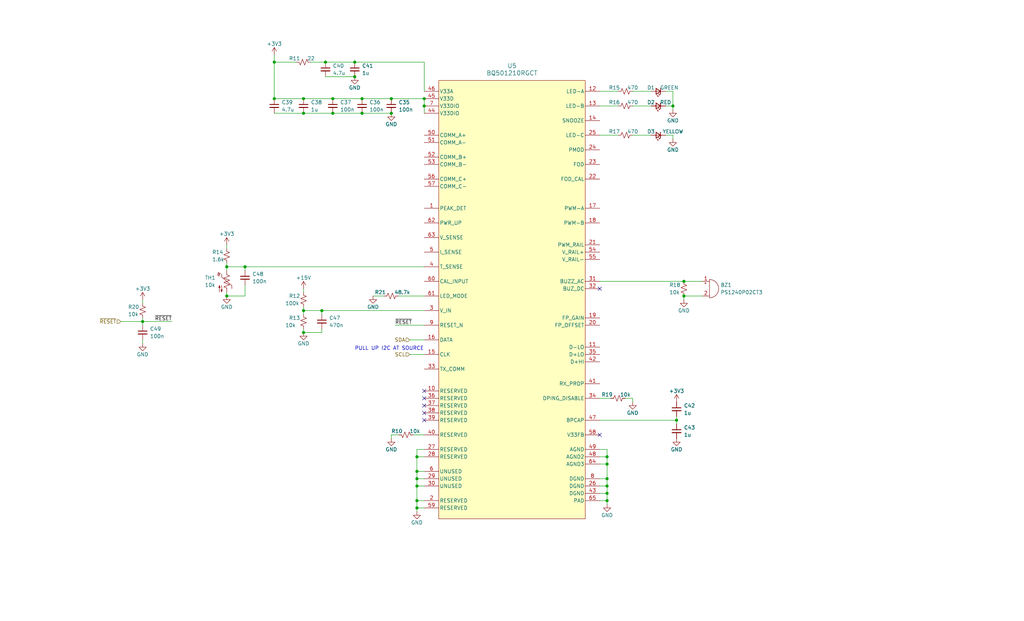
<source format=kicad_sch>
(kicad_sch (version 20230121) (generator eeschema)
  (paper "USLegal")
  (lib_symbols
    (symbol "Device:Buzzer" (pin_names (offset 0.0254) hide)
      (property "Reference" "BZ" (at 3.81 1.27 0))
      (property "Value" "Buzzer" (at 3.81 -1.27 0))
      (symbol "Buzzer_0_1"
        (arc (start 0 -3.175) (mid 3.1612 0) (end 0 3.175))
        (polyline (pts (xy -1.651 1.905) (xy -1.143 1.905)))
        (polyline (pts (xy -1.397 2.159) (xy -1.397 1.651)))
        (polyline (pts (xy 0 3.175) (xy 0 -3.175)))
      )
      (symbol "Buzzer_1_1"
        (pin passive line (at -2.54 2.54 0) (length 2.54) (name "-") (number "1"))
        (pin passive line (at -2.54 -2.54 0) (length 2.54) (name "+") (number "2"))
      )
    )
    (symbol "Device:C_Small" (pin_numbers hide) (pin_names (offset 0.254) hide)
      (property "Reference" "C" (at 0.254 1.778 0))
      (property "Value" "C_Small" (at 0.254 -2.032 0))
      (symbol "C_Small_0_1"
        (polyline (pts (xy -1.524 -0.508) (xy 1.524 -0.508)) (stroke (width 0.3302)))
        (polyline (pts (xy -1.524 0.508) (xy 1.524 0.508)) (stroke (width 0.3048)))
      )
      (symbol "C_Small_1_1"
        (pin passive line (at 0 2.54 270) (length 2.032) (name "~") (number "1"))
        (pin passive line (at 0 -2.54 90) (length 2.032) (name "~") (number "2"))
      )
    )
    (symbol "Device:LED_Small" (pin_numbers hide) (pin_names (offset 0.254) hide)
      (property "Reference" "D" (at -1.27 3.175 0))
      (property "Value" "LED_Small" (at -4.445 -2.54 0))
      (symbol "LED_Small_0_1"
        (polyline (pts (xy -0.762 -1.016) (xy -0.762 1.016)) (stroke (width 0.254)))
        (polyline (pts (xy 1.016 0) (xy -0.762 0)))
        (polyline (pts (xy 0.762 -1.016) (xy -0.762 0) (xy 0.762 1.016) (xy 0.762 -1.016)) (stroke (width 0.254)))
        (polyline (pts (xy 0 0.762) (xy -0.508 1.27) (xy -0.254 1.27) (xy -0.508 1.27) (xy -0.508 1.016)))
        (polyline (pts (xy 0.508 1.27) (xy 0 1.778) (xy 0.254 1.778) (xy 0 1.778) (xy 0 1.524)))
      )
      (symbol "LED_Small_1_1"
        (pin passive line (at -2.54 0 0) (length 1.778) (name "K") (number "1"))
        (pin passive line (at 2.54 0 180) (length 1.778) (name "A") (number "2"))
      )
    )
    (symbol "Device:R_Small_US" (pin_numbers hide) (pin_names (offset 0.254) hide)
      (property "Reference" "R" (at 0.762 0.508 0))
      (property "Value" "R_Small_US" (at 0.762 -1.016 0))
      (symbol "R_Small_US_1_1"
        (polyline (pts (xy 0 0) (xy 1.016 -0.381) (xy 0 -0.762) (xy -1.016 -1.143) (xy 0 -1.524)))
        (polyline (pts (xy 0 1.524) (xy 1.016 1.143) (xy 0 0.762) (xy -1.016 0.381) (xy 0 0)))
        (pin passive line (at 0 2.54 270) (length 1.016) (name "~") (number "1"))
        (pin passive line (at 0 -2.54 90) (length 1.016) (name "~") (number "2"))
      )
    )
    (symbol "Device:Thermistor_NTC_US" (pin_numbers hide) (pin_names (offset 0))
      (property "Reference" "TH" (at -4.445 0 90))
      (property "Value" "Thermistor_NTC_US" (at 3.175 0 90))
      (symbol "Thermistor_NTC_US_0_1"
        (arc (start -3.048 2.159) (mid -3.0495 2.3143) (end -3.175 2.413))
        (arc (start -3.048 2.159) (mid -2.9736 1.9794) (end -2.794 1.905))
        (arc (start -3.048 2.794) (mid -2.9736 2.6144) (end -2.794 2.54))
        (arc (start -2.794 1.905) (mid -2.6144 1.9794) (end -2.54 2.159))
        (arc (start -2.794 2.54) (mid -2.4393 2.5587) (end -2.159 2.794))
        (arc (start -2.794 3.048) (mid -2.9736 2.9736) (end -3.048 2.794))
        (arc (start -2.54 2.794) (mid -2.6144 2.9736) (end -2.794 3.048))
        (polyline (pts (xy -2.54 2.159) (xy -2.54 2.794)))
        (polyline (pts (xy 0 -2.286) (xy 0 -2.54)))
        (polyline (pts (xy 0 2.286) (xy 0 2.54)))
        (polyline (pts (xy -1.778 2.54) (xy -1.778 1.524) (xy 1.778 -1.524) (xy 1.778 -2.54)))
        (polyline (pts (xy 0 -0.762) (xy 1.016 -1.143) (xy 0 -1.524) (xy -1.016 -1.905) (xy 0 -2.286)))
        (polyline (pts (xy 0 0.762) (xy 1.016 0.381) (xy 0 0) (xy -1.016 -0.381) (xy 0 -0.762)))
        (polyline (pts (xy 0 2.286) (xy 1.016 1.905) (xy 0 1.524) (xy -1.016 1.143) (xy 0 0.762)))
        (polyline (pts (xy -2.54 -3.683) (xy -2.54 -1.397) (xy -2.794 -2.159) (xy -2.286 -2.159) (xy -2.54 -1.397) (xy -2.54 -1.651)) (fill (type outline)))
        (polyline (pts (xy -1.778 -1.397) (xy -1.778 -3.683) (xy -2.032 -2.921) (xy -1.524 -2.921) (xy -1.778 -3.683) (xy -1.778 -3.429)) (fill (type outline)))
      )
      (symbol "Thermistor_NTC_US_1_1"
        (pin passive line (at 0 3.81 270) (length 1.27) (name "~") (number "1"))
        (pin passive line (at 0 -3.81 90) (length 1.27) (name "~") (number "2"))
      )
    )
    (symbol "capstone:BQ501210RGCR" (pin_names (offset 0.254))
      (property "Reference" "U" (at 0 2.54 0))
      (property "Value" "BQ501210RGCR" (at 0 0 0))
      (symbol "BQ501210RGCR_0_1"
        (pin input line (at -30.48 30.48 0) (length 5.08) (name "PEAK_DET") (number "1"))
        (pin unspecified line (at -30.48 -33.02 0) (length 5.08) (name "RESERVED") (number "10"))
        (pin output line (at 30.48 -17.78 180) (length 5.08) (name "D-LO") (number "11"))
        (pin output line (at 30.48 71.12 180) (length 5.08) (name "LED-A") (number "12"))
        (pin output line (at 30.48 66.04 180) (length 5.08) (name "LED-B") (number "13"))
        (pin output line (at 30.48 60.96 180) (length 5.08) (name "SNOOZE") (number "14"))
        (pin input line (at -30.48 -20.32 0) (length 5.08) (name "CLK") (number "15"))
        (pin bidirectional line (at -30.48 -15.24 0) (length 5.08) (name "DATA") (number "16"))
        (pin output line (at 30.48 30.48 180) (length 5.08) (name "PWM-A") (number "17"))
        (pin output line (at 30.48 25.4 180) (length 5.08) (name "PWM-B") (number "18"))
        (pin input line (at 30.48 -7.62 180) (length 5.08) (name "FP_GAIN") (number "19"))
        (pin unspecified line (at -30.48 -71.12 0) (length 5.08) (name "RESERVED") (number "2"))
        (pin input line (at 30.48 -10.16 180) (length 5.08) (name "FP_OFFSET") (number "20"))
        (pin output line (at 30.48 17.78 180) (length 5.08) (name "PWM_RAIL") (number "21"))
        (pin input line (at 30.48 40.64 180) (length 5.08) (name "FOD_CAL") (number "22"))
        (pin input line (at 30.48 45.72 180) (length 5.08) (name "FOD") (number "23"))
        (pin input line (at 30.48 50.8 180) (length 5.08) (name "PMOD") (number "24"))
        (pin output line (at 30.48 55.88 180) (length 5.08) (name "LED-C") (number "25"))
        (pin power_in line (at 30.48 -66.04 180) (length 5.08) (name "DGND") (number "26"))
        (pin unspecified line (at -30.48 -53.34 0) (length 5.08) (name "RESERVED") (number "27"))
        (pin unspecified line (at -30.48 -55.88 0) (length 5.08) (name "RESERVED") (number "28"))
        (pin unspecified line (at -30.48 -63.5 0) (length 5.08) (name "UNUSED") (number "29"))
        (pin input line (at -30.48 -5.08 0) (length 5.08) (name "V_IN") (number "3"))
        (pin unspecified line (at -30.48 -66.04 0) (length 5.08) (name "UNUSED") (number "30"))
        (pin output line (at 30.48 5.08 180) (length 5.08) (name "BUZZ_AC") (number "31"))
        (pin output line (at 30.48 2.54 180) (length 5.08) (name "BUZ_DC") (number "32"))
        (pin input line (at -30.48 -25.4 0) (length 5.08) (name "TX_COMM") (number "33"))
        (pin input line (at 30.48 -35.56 180) (length 5.08) (name "DPING_DISABLE") (number "34"))
        (pin output line (at 30.48 -20.32 180) (length 5.08) (name "D+LO") (number "35"))
        (pin unspecified line (at -30.48 -35.56 0) (length 5.08) (name "RESERVED") (number "36"))
        (pin unspecified line (at -30.48 -38.1 0) (length 5.08) (name "RESERVED") (number "37"))
        (pin unspecified line (at -30.48 -40.64 0) (length 5.08) (name "RESERVED") (number "38"))
        (pin unspecified line (at -30.48 -43.18 0) (length 5.08) (name "RESERVED") (number "39"))
        (pin input line (at -30.48 10.16 0) (length 5.08) (name "T_SENSE") (number "4"))
        (pin unspecified line (at -30.48 -48.26 0) (length 5.08) (name "RESERVED") (number "40"))
        (pin output line (at 30.48 -30.48 180) (length 5.08) (name "RX_PROP") (number "41"))
        (pin output line (at 30.48 -22.86 180) (length 5.08) (name "D+HI") (number "42"))
        (pin power_in line (at 30.48 -68.58 180) (length 5.08) (name "DGND") (number "43"))
        (pin power_in line (at -30.48 63.5 0) (length 5.08) (name "V33DIO") (number "44"))
        (pin power_in line (at -30.48 68.58 0) (length 5.08) (name "V33D") (number "45"))
        (pin power_in line (at -30.48 71.12 0) (length 5.08) (name "V33A") (number "46"))
        (pin unspecified line (at 30.48 -43.18 180) (length 5.08) (name "BPCAP") (number "47"))
        (pin power_in line (at 30.48 -55.88 180) (length 5.08) (name "AGND2") (number "48"))
        (pin power_in line (at 30.48 -53.34 180) (length 5.08) (name "AGND") (number "49"))
        (pin input line (at -30.48 15.24 0) (length 5.08) (name "I_SENSE") (number "5"))
        (pin input line (at -30.48 55.88 0) (length 5.08) (name "COMM_A+") (number "50"))
        (pin input line (at -30.48 53.34 0) (length 5.08) (name "COMM_A-") (number "51"))
        (pin input line (at -30.48 48.26 0) (length 5.08) (name "COMM_B+") (number "52"))
        (pin input line (at -30.48 45.72 0) (length 5.08) (name "COMM_B-") (number "53"))
        (pin input line (at 30.48 15.24 180) (length 5.08) (name "V_RAIL+") (number "54"))
        (pin input line (at 30.48 12.7 180) (length 5.08) (name "V_RAIL-") (number "55"))
        (pin input line (at -30.48 40.64 0) (length 5.08) (name "COMM_C+") (number "56"))
        (pin input line (at -30.48 38.1 0) (length 5.08) (name "COMM_C-") (number "57"))
        (pin unspecified line (at 30.48 -48.26 180) (length 5.08) (name "V33FB") (number "58"))
        (pin unspecified line (at -30.48 -73.66 0) (length 5.08) (name "RESERVED") (number "59"))
        (pin unspecified line (at -30.48 -60.96 0) (length 5.08) (name "UNUSED") (number "6"))
        (pin input line (at -30.48 5.08 0) (length 5.08) (name "CAL_INPUT") (number "60"))
        (pin input line (at -30.48 0 0) (length 5.08) (name "LED_MODE") (number "61"))
        (pin input line (at -30.48 25.4 0) (length 5.08) (name "PWR_UP") (number "62"))
        (pin input line (at -30.48 20.32 0) (length 5.08) (name "V_SENSE") (number "63"))
        (pin power_in line (at 30.48 -58.42 180) (length 5.08) (name "AGND3") (number "64"))
        (pin power_in line (at 30.48 -71.12 180) (length 5.08) (name "PAD") (number "65"))
        (pin power_in line (at -30.48 66.04 0) (length 5.08) (name "V33DIO") (number "7"))
        (pin power_in line (at 30.48 -63.5 180) (length 5.08) (name "DGND") (number "8"))
        (pin input line (at -30.48 -10.16 0) (length 5.08) (name "RESET_N") (number "9"))
      )
      (symbol "BQ501210RGCR_1_1"
        (rectangle (start -25.4 74.93) (end 25.4 -77.47) (fill (type background)))
      )
    )
    (symbol "power:+15V" (power) (pin_names (offset 0))
      (property "Value" "+15V" (at 0 3.556 0))
      (symbol "+15V_0_1"
        (polyline (pts (xy -0.762 1.27) (xy 0 2.54)))
        (polyline (pts (xy 0 0) (xy 0 2.54)))
        (polyline (pts (xy 0 2.54) (xy 0.762 1.27)))
      )
      (symbol "+15V_1_1"
        (pin power_in line (at 0 0 90) (length 0) hide (name "+15V") (number "1"))
      )
    )
    (symbol "power:+3V3" (power) (pin_names (offset 0))
      (property "Value" "+3V3" (at 0 3.556 0))
      (symbol "+3V3_0_1"
        (polyline (pts (xy -0.762 1.27) (xy 0 2.54)))
        (polyline (pts (xy 0 0) (xy 0 2.54)))
        (polyline (pts (xy 0 2.54) (xy 0.762 1.27)))
      )
      (symbol "+3V3_1_1"
        (pin power_in line (at 0 0 90) (length 0) hide (name "+3V3") (number "1"))
      )
    )
    (symbol "power:GND" (power) (pin_names (offset 0))
      (property "Value" "GND" (at 0 -3.81 0))
      (symbol "GND_0_1"
        (polyline (pts (xy 0 0) (xy 0 -1.27) (xy 1.27 -1.27) (xy 0 -2.54) (xy -1.27 -1.27) (xy 0 -1.27)))
      )
      (symbol "GND_1_1"
        (pin power_in line (at 0 0 270) (length 0) hide (name "GND") (number "1"))
      )
    )
  )
  (junction (at 105.41 115.57))
  (junction (at 237.49 97.79))
  (junction (at 125.73 34.29))
  (junction (at 147.32 36.83))
  (junction (at 144.78 166.37))
  (junction (at 95.25 34.29))
  (junction (at 210.82 158.75))
  (junction (at 115.57 34.29))
  (junction (at 135.89 39.37))
  (junction (at 135.89 34.29))
  (junction (at 233.68 36.83))
  (junction (at 125.73 39.37))
  (junction (at 210.82 171.45))
  (junction (at 105.41 107.95))
  (junction (at 123.19 21.59))
  (junction (at 95.25 21.59))
  (junction (at 144.78 173.99))
  (junction (at 85.09 92.71))
  (junction (at 105.41 39.37))
  (junction (at 144.78 158.75))
  (junction (at 210.82 173.99))
  (junction (at 78.74 92.71))
  (junction (at 144.78 163.83))
  (junction (at 237.49 102.87))
  (junction (at 115.57 39.37))
  (junction (at 111.76 107.95))
  (junction (at 234.95 146.05))
  (junction (at 210.82 166.37))
  (junction (at 113.03 21.59))
  (junction (at 210.82 168.91))
  (junction (at 210.82 161.29))
  (junction (at 78.74 102.87))
  (junction (at 147.32 34.29))
  (junction (at 144.78 168.91))
  (junction (at 123.19 26.67))
  (junction (at 105.41 34.29))
  (junction (at 144.78 176.53))
  (junction (at 49.53 111.76))
  (no_connect (at 147.32 138.43))
  (no_connect (at 208.28 151.13))
  (no_connect (at 147.32 140.97))
  (no_connect (at 147.32 143.51))
  (no_connect (at 147.32 135.89))
  (no_connect (at 208.28 100.33))
  (no_connect (at 147.32 146.05))
  (wire (pts (xy 210.82 158.75) (xy 210.82 161.29)))
  (wire (pts (xy 219.71 31.75) (xy 226.06 31.75)))
  (wire (pts (xy 210.82 171.45) (xy 208.28 171.45)))
  (wire (pts (xy 147.32 36.83) (xy 147.32 39.37)))
  (wire (pts (xy 78.74 85.09) (xy 78.74 86.36)))
  (wire (pts (xy 233.68 31.75) (xy 233.68 36.83)))
  (wire (pts (xy 210.82 173.99) (xy 208.28 173.99)))
  (wire (pts (xy 208.28 138.43) (xy 212.09 138.43)))
  (wire (pts (xy 144.78 168.91) (xy 144.78 173.99)))
  (wire (pts (xy 147.32 163.83) (xy 144.78 163.83)))
  (wire (pts (xy 231.14 31.75) (xy 233.68 31.75)))
  (wire (pts (xy 49.53 110.49) (xy 49.53 111.76)))
  (wire (pts (xy 105.41 106.68) (xy 105.41 107.95)))
  (wire (pts (xy 49.53 104.14) (xy 49.53 105.41)))
  (wire (pts (xy 144.78 177.8) (xy 144.78 176.53)))
  (wire (pts (xy 144.78 176.53) (xy 147.32 176.53)))
  (wire (pts (xy 135.89 152.4) (xy 135.89 151.13)))
  (wire (pts (xy 208.28 158.75) (xy 210.82 158.75)))
  (wire (pts (xy 113.03 26.67) (xy 123.19 26.67)))
  (wire (pts (xy 208.28 36.83) (xy 214.63 36.83)))
  (wire (pts (xy 208.28 97.79) (xy 237.49 97.79)))
  (wire (pts (xy 59.69 111.76) (xy 49.53 111.76)))
  (wire (pts (xy 233.68 46.99) (xy 231.14 46.99)))
  (wire (pts (xy 237.49 102.87) (xy 243.84 102.87)))
  (wire (pts (xy 233.68 36.83) (xy 233.68 38.1)))
  (wire (pts (xy 115.57 39.37) (xy 125.73 39.37)))
  (wire (pts (xy 138.43 102.87) (xy 147.32 102.87)))
  (wire (pts (xy 210.82 166.37) (xy 210.82 168.91)))
  (wire (pts (xy 208.28 31.75) (xy 214.63 31.75)))
  (wire (pts (xy 105.41 107.95) (xy 111.76 107.95)))
  (wire (pts (xy 105.41 39.37) (xy 115.57 39.37)))
  (wire (pts (xy 85.09 93.98) (xy 85.09 92.71)))
  (wire (pts (xy 107.95 21.59) (xy 113.03 21.59)))
  (wire (pts (xy 78.74 91.44) (xy 78.74 92.71)))
  (wire (pts (xy 111.76 107.95) (xy 147.32 107.95)))
  (wire (pts (xy 144.78 176.53) (xy 144.78 173.99)))
  (wire (pts (xy 142.24 118.11) (xy 147.32 118.11)))
  (wire (pts (xy 111.76 107.95) (xy 111.76 109.22)))
  (wire (pts (xy 85.09 102.87) (xy 78.74 102.87)))
  (wire (pts (xy 105.41 114.3) (xy 105.41 115.57)))
  (wire (pts (xy 142.24 123.19) (xy 147.32 123.19)))
  (wire (pts (xy 210.82 168.91) (xy 210.82 171.45)))
  (wire (pts (xy 95.25 19.05) (xy 95.25 21.59)))
  (wire (pts (xy 78.74 101.6) (xy 78.74 102.87)))
  (wire (pts (xy 208.28 156.21) (xy 210.82 156.21)))
  (wire (pts (xy 111.76 115.57) (xy 105.41 115.57)))
  (wire (pts (xy 147.32 156.21) (xy 144.78 156.21)))
  (wire (pts (xy 210.82 175.26) (xy 210.82 173.99)))
  (wire (pts (xy 208.28 168.91) (xy 210.82 168.91)))
  (wire (pts (xy 231.14 36.83) (xy 233.68 36.83)))
  (wire (pts (xy 129.54 102.87) (xy 133.35 102.87)))
  (wire (pts (xy 210.82 173.99) (xy 210.82 171.45)))
  (wire (pts (xy 135.89 151.13) (xy 138.43 151.13)))
  (wire (pts (xy 95.25 21.59) (xy 95.25 34.29)))
  (wire (pts (xy 208.28 46.99) (xy 214.63 46.99)))
  (wire (pts (xy 219.71 138.43) (xy 217.17 138.43)))
  (wire (pts (xy 210.82 161.29) (xy 210.82 166.37)))
  (wire (pts (xy 144.78 156.21) (xy 144.78 158.75)))
  (wire (pts (xy 144.78 158.75) (xy 147.32 158.75)))
  (wire (pts (xy 144.78 168.91) (xy 147.32 168.91)))
  (wire (pts (xy 208.28 161.29) (xy 210.82 161.29)))
  (wire (pts (xy 147.32 21.59) (xy 123.19 21.59)))
  (wire (pts (xy 143.51 151.13) (xy 147.32 151.13)))
  (wire (pts (xy 49.53 118.11) (xy 49.53 119.38)))
  (wire (pts (xy 137.16 113.03) (xy 147.32 113.03)))
  (wire (pts (xy 105.41 107.95) (xy 105.41 109.22)))
  (wire (pts (xy 144.78 166.37) (xy 147.32 166.37)))
  (wire (pts (xy 49.53 111.76) (xy 49.53 113.03)))
  (wire (pts (xy 85.09 99.06) (xy 85.09 102.87)))
  (wire (pts (xy 41.91 111.76) (xy 49.53 111.76)))
  (wire (pts (xy 135.89 34.29) (xy 147.32 34.29)))
  (wire (pts (xy 144.78 158.75) (xy 144.78 163.83)))
  (wire (pts (xy 219.71 46.99) (xy 226.06 46.99)))
  (wire (pts (xy 85.09 92.71) (xy 147.32 92.71)))
  (wire (pts (xy 147.32 31.75) (xy 147.32 21.59)))
  (wire (pts (xy 95.25 21.59) (xy 102.87 21.59)))
  (wire (pts (xy 95.25 39.37) (xy 105.41 39.37)))
  (wire (pts (xy 144.78 173.99) (xy 147.32 173.99)))
  (wire (pts (xy 219.71 139.7) (xy 219.71 138.43)))
  (wire (pts (xy 115.57 34.29) (xy 125.73 34.29)))
  (wire (pts (xy 144.78 163.83) (xy 144.78 166.37)))
  (wire (pts (xy 237.49 97.79) (xy 243.84 97.79)))
  (wire (pts (xy 105.41 34.29) (xy 115.57 34.29)))
  (wire (pts (xy 105.41 100.33) (xy 105.41 101.6)))
  (wire (pts (xy 147.32 34.29) (xy 147.32 36.83)))
  (wire (pts (xy 78.74 92.71) (xy 78.74 93.98)))
  (wire (pts (xy 95.25 34.29) (xy 105.41 34.29)))
  (wire (pts (xy 78.74 92.71) (xy 85.09 92.71)))
  (wire (pts (xy 219.71 36.83) (xy 226.06 36.83)))
  (wire (pts (xy 233.68 46.99) (xy 233.68 48.26)))
  (wire (pts (xy 234.95 144.78) (xy 234.95 146.05)))
  (wire (pts (xy 208.28 146.05) (xy 234.95 146.05)))
  (wire (pts (xy 210.82 166.37) (xy 208.28 166.37)))
  (wire (pts (xy 144.78 166.37) (xy 144.78 168.91)))
  (wire (pts (xy 125.73 39.37) (xy 135.89 39.37)))
  (wire (pts (xy 125.73 34.29) (xy 135.89 34.29)))
  (wire (pts (xy 234.95 147.32) (xy 234.95 146.05)))
  (wire (pts (xy 111.76 114.3) (xy 111.76 115.57)))
  (wire (pts (xy 237.49 102.87) (xy 237.49 104.14)))
  (wire (pts (xy 113.03 21.59) (xy 123.19 21.59)))
  (wire (pts (xy 210.82 156.21) (xy 210.82 158.75)))
  (text "PULL UP I2C AT SOURCE" (at 123.19 121.92 0) (effects (font (size 1.27 1.27)) (justify left bottom)))
  (label "~{RESET}" (at 59.69 111.76 180))
  (label "~{RESET}" (at 137.16 113.03 0))
  (hierarchical_label "~{RESET}" (shape input) (at 41.91 111.76 180))
  (hierarchical_label "SDA" (shape input) (at 142.24 118.11 180))
  (hierarchical_label "SCL" (shape input) (at 142.24 123.19 180))
  (symbol (lib_id "power:GND") (at 49.53 119.38 0) (unit 1)
    (property "Reference" "#PWR051" (effects hide))
    (property "Value" "GND" (at 49.53 123.19 0))
  )
  (symbol (lib_id "power:+3V3") (at 95.25 19.05 0) (unit 1)
    (property "Reference" "#PWR037" (effects hide))
    (property "Value" "+3V3" (at 95.25 15.24 0))
  )
  (symbol (lib_id "power:GND") (at 105.41 115.57 0) (unit 1)
    (property "Reference" "#PWR041" (effects hide))
    (property "Value" "GND" (at 105.41 119.38 0))
  )
  (symbol (lib_id "power:+3V3") (at 49.53 104.14 0) (unit 1)
    (property "Reference" "#PWR050" (effects hide))
    (property "Value" "+3V3" (at 49.53 100.33 0))
  )
  (symbol (lib_id "power:GND") (at 233.68 48.26 0) (unit 1)
    (property "Reference" "#PWR046" (effects hide))
    (property "Value" "GND" (at 233.68 52.07 0))
  )
  (symbol (lib_id "Device:LED_Small") (at 228.6 31.75 180) (unit 1)
    (property "Reference" "D1" (at 226.06 30.48 0))
    (property "Value" "GREEN" (at 232.41 30.48 0))
  )
  (symbol (lib_id "power:GND") (at 234.95 152.4 0) (unit 1)
    (property "Reference" "#PWR040" (effects hide))
    (property "Value" "GND" (at 234.95 156.21 0))
  )
  (symbol (lib_id "Device:C_Small") (at 95.25 36.83 0) (unit 1)
    (property "Reference" "C39" (at 97.79 35.5663 0) (effects (justify left)))
    (property "Value" "4.7u" (at 97.79 38.1063 0) (effects (justify left)))
  )
  (symbol (lib_id "power:GND") (at 123.19 26.67 0) (unit 1)
    (property "Reference" "#PWR038" (effects hide))
    (property "Value" "GND" (at 123.19 30.48 0))
  )
  (symbol (lib_id "Device:R_Small_US") (at 217.17 46.99 90) (unit 1)
    (property "Reference" "R17" (at 213.36 45.72 90))
    (property "Value" "470" (at 219.71 45.72 90))
  )
  (symbol (lib_id "Device:R_Small_US") (at 135.89 102.87 90) (unit 1)
    (property "Reference" "R21" (at 132.08 101.6 90))
    (property "Value" "48.7k" (at 139.7 101.6 90))
  )
  (symbol (lib_id "Device:R_Small_US") (at 214.63 138.43 90) (unit 1)
    (property "Reference" "R19" (at 210.82 137.16 90))
    (property "Value" "10k" (at 217.17 137.16 90))
  )
  (symbol (lib_id "power:GND") (at 144.78 177.8 0) (unit 1)
    (property "Reference" "#PWR033" (effects hide))
    (property "Value" "GND" (at 144.78 181.61 0))
  )
  (symbol (lib_id "capstone:BQ501210RGCR") (at 177.8 102.87 0) (unit 1)
    (property "Reference" "U5" (at 177.8 22.86 0) (effects (font (size 1.524 1.524))))
    (property "Value" "BQ501210RGCT" (at 177.8 25.4 0) (effects (font (size 1.524 1.524))))
    (property "Footprint" "capstone:BQ501210" (effects hide))
    (property "Datasheet" "BQ501210RGCR" (effects hide))
  )
  (symbol (lib_id "Device:Buzzer") (at 246.38 100.33 0) (unit 1)
    (property "Reference" "BZ1" (at 250.19 99.06 0) (effects (justify left)))
    (property "Value" "PS1240P02CT3" (at 250.19 101.6 0) (effects (justify left)))
    (property "LCSC" "C76873" (effects hide))
  )
  (symbol (lib_id "Device:C_Small") (at 113.03 24.13 0) (unit 1)
    (property "Reference" "C40" (at 115.57 22.8663 0) (effects (justify left)))
    (property "Value" "4.7u" (at 115.57 25.4063 0) (effects (justify left)))
  )
  (symbol (lib_id "Device:R_Small_US") (at 217.17 36.83 90) (unit 1)
    (property "Reference" "R16" (at 213.36 35.56 90))
    (property "Value" "470" (at 219.71 35.56 90))
  )
  (symbol (lib_id "power:GND") (at 233.68 38.1 0) (unit 1)
    (property "Reference" "#PWR047" (effects hide))
    (property "Value" "GND" (at 233.68 41.91 0))
  )
  (symbol (lib_id "Device:C_Small") (at 125.73 36.83 0) (unit 1)
    (property "Reference" "C36" (at 128.27 35.5663 0) (effects (justify left)))
    (property "Value" "100n" (at 128.27 38.1063 0) (effects (justify left)))
  )
  (symbol (lib_id "power:GND") (at 135.89 39.37 0) (unit 1)
    (property "Reference" "#PWR036" (effects hide))
    (property "Value" "GND" (at 135.89 43.18 0))
  )
  (symbol (lib_id "Device:R_Small_US") (at 78.74 88.9 0) (unit 1)
    (property "Reference" "R14" (at 73.66 87.63 0) (effects (justify left)))
    (property "Value" "1.6k" (at 73.66 90.17 0) (effects (justify left)))
  )
  (symbol (lib_id "power:GND") (at 135.89 152.4 0) (unit 1)
    (property "Reference" "#PWR035" (effects hide))
    (property "Value" "GND" (at 135.89 156.21 0))
  )
  (symbol (lib_id "Device:C_Small") (at 49.53 115.57 0) (unit 1)
    (property "Reference" "C49" (at 52.07 114.3063 0) (effects (justify left)))
    (property "Value" "100n" (at 52.07 116.8463 0) (effects (justify left)))
  )
  (symbol (lib_id "Device:R_Small_US") (at 105.41 21.59 270) (mirror x) (unit 1)
    (property "Reference" "R11" (at 100.33 20.32 90) (effects (justify left)))
    (property "Value" "22" (at 106.68 20.32 90) (effects (justify left)))
  )
  (symbol (lib_id "power:GND") (at 210.82 175.26 0) (mirror y) (unit 1)
    (property "Reference" "#PWR034" (effects hide))
    (property "Value" "GND" (at 210.82 179.07 0))
  )
  (symbol (lib_id "Device:R_Small_US") (at 217.17 31.75 90) (unit 1)
    (property "Reference" "R15" (at 213.36 30.48 90))
    (property "Value" "470" (at 219.71 30.48 90))
  )
  (symbol (lib_id "Device:R_Small_US") (at 105.41 104.14 0) (unit 1)
    (property "Reference" "R12" (at 100.33 102.87 0) (effects (justify left)))
    (property "Value" "100k" (at 99.06 105.41 0) (effects (justify left)))
  )
  (symbol (lib_id "power:GND") (at 78.74 102.87 0) (unit 1)
    (property "Reference" "#PWR044" (effects hide))
    (property "Value" "GND" (at 78.74 106.68 0))
  )
  (symbol (lib_id "Device:C_Small") (at 123.19 24.13 0) (unit 1)
    (property "Reference" "C41" (at 125.73 22.8663 0) (effects (justify left)))
    (property "Value" "1u" (at 125.73 25.4063 0) (effects (justify left)))
  )
  (symbol (lib_id "Device:C_Small") (at 135.89 36.83 0) (unit 1)
    (property "Reference" "C35" (at 138.43 35.5663 0) (effects (justify left)))
    (property "Value" "100n" (at 138.43 38.1063 0) (effects (justify left)))
  )
  (symbol (lib_id "Device:R_Small_US") (at 237.49 100.33 0) (unit 1)
    (property "Reference" "R18" (at 232.41 99.06 0) (effects (justify left)))
    (property "Value" "10k" (at 232.41 101.6 0) (effects (justify left)))
  )
  (symbol (lib_id "Device:C_Small") (at 234.95 149.86 0) (unit 1)
    (property "Reference" "C43" (at 237.49 148.5963 0) (effects (justify left)))
    (property "Value" "1u" (at 237.49 151.1363 0) (effects (justify left)))
  )
  (symbol (lib_id "Device:C_Small") (at 85.09 96.52 0) (unit 1)
    (property "Reference" "C48" (at 87.63 95.2563 0) (effects (justify left)))
    (property "Value" "100n" (at 87.63 97.7963 0) (effects (justify left)))
  )
  (symbol (lib_id "Device:C_Small") (at 111.76 111.76 0) (unit 1)
    (property "Reference" "C47" (at 114.3 110.4963 0) (effects (justify left)))
    (property "Value" "470n" (at 114.3 113.0363 0) (effects (justify left)))
  )
  (symbol (lib_id "Device:C_Small") (at 115.57 36.83 0) (unit 1)
    (property "Reference" "C37" (at 118.11 35.5663 0) (effects (justify left)))
    (property "Value" "100n" (at 118.11 38.1063 0) (effects (justify left)))
  )
  (symbol (lib_id "Device:LED_Small") (at 228.6 36.83 180) (unit 1)
    (property "Reference" "D2" (at 226.06 35.56 0))
    (property "Value" "RED" (at 231.14 35.56 0))
  )
  (symbol (lib_id "power:+15V") (at 105.41 100.33 0) (unit 1)
    (property "Reference" "#PWR042" (effects hide))
    (property "Value" "+15V" (at 105.41 96.52 0))
  )
  (symbol (lib_id "power:GND") (at 237.49 104.14 0) (unit 1)
    (property "Reference" "#PWR048" (effects hide))
    (property "Value" "GND" (at 237.49 107.95 0))
  )
  (symbol (lib_id "Device:R_Small_US") (at 105.41 111.76 0) (unit 1)
    (property "Reference" "R13" (at 100.33 110.49 0) (effects (justify left)))
    (property "Value" "10k" (at 99.06 113.03 0) (effects (justify left)))
  )
  (symbol (lib_id "power:GND") (at 219.71 139.7 0) (unit 1)
    (property "Reference" "#PWR049" (effects hide))
    (property "Value" "GND" (at 219.71 143.51 0))
  )
  (symbol (lib_id "Device:C_Small") (at 234.95 142.24 0) (unit 1)
    (property "Reference" "C42" (at 237.49 140.9763 0) (effects (justify left)))
    (property "Value" "1u" (at 237.49 143.5163 0) (effects (justify left)))
  )
  (symbol (lib_id "power:GND") (at 129.54 102.87 0) (unit 1)
    (property "Reference" "#PWR052" (effects hide))
    (property "Value" "GND" (at 129.54 106.68 0))
  )
  (symbol (lib_id "Device:LED_Small") (at 228.6 46.99 180) (unit 1)
    (property "Reference" "D3" (at 226.06 45.72 0))
    (property "Value" "YELLOW" (at 233.68 45.72 0))
  )
  (symbol (lib_id "power:+3V3") (at 78.74 85.09 0) (unit 1)
    (property "Reference" "#PWR043" (effects hide))
    (property "Value" "+3V3" (at 78.74 81.28 0))
  )
  (symbol (lib_id "Device:C_Small") (at 105.41 36.83 0) (unit 1)
    (property "Reference" "C38" (at 107.95 35.5663 0) (effects (justify left)))
    (property "Value" "1u" (at 107.95 38.1063 0) (effects (justify left)))
  )
  (symbol (lib_id "Device:Thermistor_NTC_US") (at 78.74 97.79 0) (unit 1)
    (property "Reference" "TH1" (at 71.12 96.52 0) (effects (justify left)))
    (property "Value" "10k" (at 71.12 99.06 0) (effects (justify left)))
    (property "Datasheet" "https://datasheet.lcsc.com/lcsc/2110081430_Sunlord-SDNT1608X103F3950FTF_C279936.pdf" (effects hide))
    (property "MPN" "SDNT1608X103F3950FTF" (effects hide))
    (property "LCSC" "C279936" (effects hide))
  )
  (symbol (lib_id "Device:R_Small_US") (at 49.53 107.95 0) (unit 1)
    (property "Reference" "R20" (at 44.45 106.68 0) (effects (justify left)))
    (property "Value" "10k" (at 44.45 109.22 0) (effects (justify left)))
  )
  (symbol (lib_id "power:+3V3") (at 234.95 139.7 0) (unit 1)
    (property "Reference" "#PWR039" (effects hide))
    (property "Value" "+3V3" (at 234.95 135.89 0))
  )
  (symbol (lib_id "Device:R_Small_US") (at 140.97 151.13 270) (mirror x) (unit 1)
    (property "Reference" "R10" (at 135.89 149.86 90) (effects (justify left)))
    (property "Value" "10k" (at 142.24 149.86 90) (effects (justify left)))
  )
)
</source>
